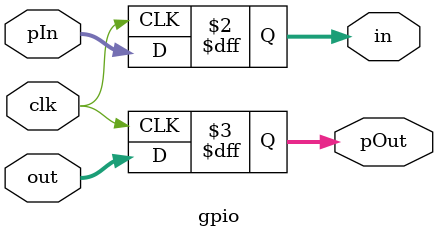
<source format=v>
`timescale 1ns / 1ps

module gpio(clk, in, out, pIn, pOut);
input [7:0] out, pIn;
output reg [7:0] in, pOut;
input clk;

always @(negedge clk) begin
	in <= pIn;
	pOut <= out;
end

endmodule

</source>
